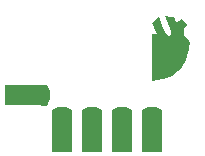
<source format=gbs>
G04 DipTrace 2.4.0.2*
%INlightning.gbs*%
%MOMM*%
%ADD49R,1.75X2.05*%
%ADD50R,1.75X1.65*%
%ADD51R,2.05X1.75*%
%ADD52R,1.65X1.75*%
%FSLAX53Y53*%
G04*
G71*
G90*
G75*
G01*
%LNBotMask*%
%LPD*%
D52*
X11270Y13810D3*
G36*
X12545Y12935D2*
X12040D1*
Y14685D1*
X12545D1*
X12825Y14141D1*
Y13479D1*
X12545Y12935D1*
G37*
D51*
X10000Y13810D3*
D50*
X13810Y11270D3*
G36*
X14685Y12545D2*
Y12040D1*
X12935D1*
Y12545D1*
X13479Y12825D1*
X14141D1*
X14685Y12545D1*
G37*
D49*
X13810Y10000D3*
D50*
X16350Y11270D3*
G36*
X17225Y12545D2*
Y12040D1*
X15475D1*
Y12545D1*
X16019Y12825D1*
X16681D1*
X17225Y12545D1*
G37*
D49*
X16350Y10000D3*
D50*
X18890Y11270D3*
G36*
X19765Y12545D2*
Y12040D1*
X18015D1*
Y12545D1*
X18559Y12825D1*
X19221D1*
X19765Y12545D1*
G37*
D49*
X18890Y10000D3*
D50*
X21430Y11270D3*
G36*
X22305Y12545D2*
Y12040D1*
X20555D1*
Y12545D1*
X21099Y12825D1*
X21761D1*
X22305Y12545D1*
G37*
D49*
X21430Y10000D3*
G36*
X21448Y15021D2*
X22398Y15166D1*
X23138Y15466D1*
X23608Y15846D1*
X23988Y16231D1*
X24303Y16791D1*
X24433Y17116D1*
X24533Y17596D1*
X24583Y17846D1*
X24608Y18261D1*
X24493Y18586D1*
X24303Y18776D1*
X24178Y18901D1*
X24113Y19221D1*
X24138Y19351D1*
X24213Y19601D1*
X24368Y19741D1*
X23958Y20236D1*
X23578Y19986D1*
X23488D1*
X23308Y20426D1*
X23033Y20401D1*
X22528Y20541D1*
X23058Y19276D1*
Y19116D1*
X23023Y18901D1*
X22908Y18851D1*
X22653Y18951D1*
X22338Y19531D1*
X21983Y20386D1*
X21728Y20261D1*
X21458Y19941D1*
X21828Y18991D1*
X21638Y19021D1*
X21448D1*
Y15021D1*
G37*
M02*

</source>
